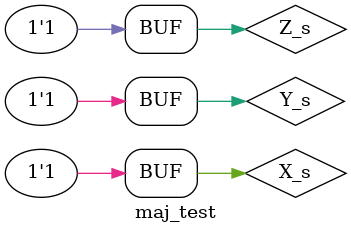
<source format=v>
`timescale 1ns / 1ps

`timescale 1 ns/1 ns

module maj_test();

	reg X_s, Y_s, Z_s;
	wire F_s;
	
	maj CompToTest(X_s, Y_s, Z_s, F_s);
	
	initial begin
		// Test all possible input combinations
		X_s <= 0; Y_s <= 0; Z_s <= 0;
		#10 X_s <= 0; Y_s <= 0; Z_s <= 1;
		#10 X_s <= 0; Y_s <= 1; Z_s <= 0;
		#10 X_s <= 0; Y_s <= 1; Z_s <= 1;
		#10 X_s <= 1; Y_s <= 0; Z_s <= 0;
		#10 X_s <= 1; Y_s <= 0; Z_s <= 1;
		#10 X_s <= 1; Y_s <= 1; Z_s <= 0;
		#10 X_s <= 1; Y_s <= 1; Z_s <= 1;
	end


endmodule

</source>
